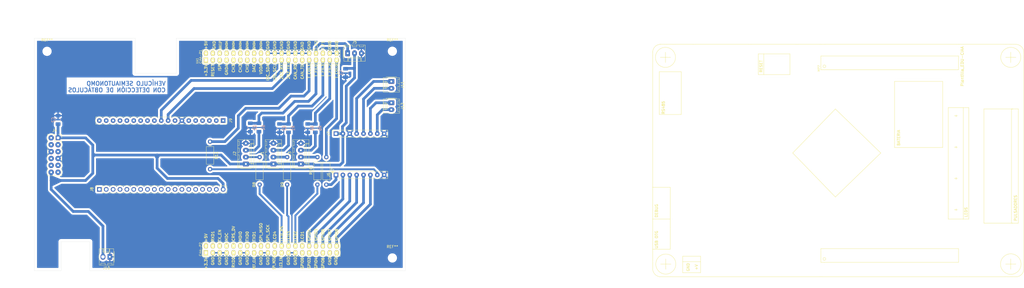
<source format=kicad_pcb>
(kicad_pcb (version 20241229) (generator "pcbnew") (generator_version "9.0")
  (layers (0 "F.Cu" signal) (2 "B.Cu" signal) (13 "F.Paste" user) (15 "B.Paste" user) (5 "F.SilkS" user "F.Silkscreen") (7 "B.SilkS" user "B.Silkscreen") (1 "F.Mask" user) (3 "B.Mask" user) (25 "Edge.Cuts" user))
  (net 0 "")
  (net 1 "Net-(J1-ECHO)")
  (net 2 "GND")
  (net 3 "Net-(J2-ECHO)")
  (net 4 "Net-(J3-ECHO)")
  (net 25 "GPIO1 AIN2")
  (net 30 "GPIO3 AIN1")
  (net 34 "GPIO7 BIN1")
  (net 37 "3v3")
  (net 39 "GPIO8 BIN2")
  (net 40 "TFIL2")
  (net 41 "TFIL3")
  (net 42 "TFIL0")
  (net 49 "Net-(J5-GNC)")
  (net 50 "GPIO5 STBY")
  (net 51 "GPIO2 6  TRIGGER 2")
  (net 52 "GPIO02 5 TRIGGER 3")
  (net 54 "vcc")
  (net 55 "TCOL1 PWMB")
  (net 56 "TCOL0 PWMA")
  (net 77 "D7  RS232_RX")
  (net 93 "D6  RS232_TX")
  (net 95 "B01")
  (net 96 "A02")
  (net 97 "B02")
  (net 98 "A01")
  (net 99 "DN1")
  (net 100 "SBU1")
  (net 101 "DP1")
  (net 102 "CC1")
  (net 103 "CC2")
  (net 104 "DN2")
  (net 105 "SBU2")
  (net 106 "DP2")
  (net 110 "Net-(J1-trigger)")
  (net 111 "Net-(J2-trigger)")
  (net 112 "Net-(J3-trigger)")
  (net 113 "Net-(XA1A-tecCOL0)")
  (net 114 "Net-(XA1A-tecCOL1)")
  (net 117 "GPIO05 12 TRIGGER 1")
  (footprint "Resistor_THT:R_Axial_DIN0207_L6.3mm_D2.5mm_P10.16mm_Horizontal" (layer "F.Cu") (at 152.4 85.217 -90)
    (property "Reference" "R11")
    (property "Value" "0")
  )
  (footprint "Connector_PinSocket_2.54mm:PinSocket_1x08_P2.54mm_Vertical" (layer "F.Cu") (at 198.897 82.271 90)
    (property "Reference" "J7")
    (property "Value" "Conn_01x08_Socket")
  )
  (footprint "Connector_PinSocket_2.54mm:PinSocket_1x19_P2.54mm_Vertical" (layer "F.Cu") (at 111.516 102.845 90)
    (property "Reference" "J8")
    (property "Value" "Conn_01x19")
  )
  (footprint "MountingHole:MountingHole_3.2mm_M3" (layer "F.Cu") (at 92.202 51.8668)
    (property "Reference" "REF**")
    (property "Value" "MountingHole_3.2mm_M3")
  )
  (footprint "Poncho_Esqueleto:Plantilla_EDU-CIAA" (layer "F.Cu") (at 379.222 57.404 90)
    (property "Reference" "MP?")
    (property "Value" "Plantilla_EDU-CIAA")
  )
  (footprint "Connector_Molex:Molex_KK-254_AE-6410-03A_1x03_P2.54mm_Vertical" (layer "F.Cu") (at 203.2 52.578)
    (property "Reference" "J5")
    (property "Value" "SERVO")
  )
  (footprint "Connector_Molex:Molex_KK-254_AE-6410-02A_1x02_P2.54mm_Vertical" (layer "F.Cu") (at 219.329 62.992 -90)
    (property "Reference" "J11")
    (property "Value" "Adafruit A")
  )
  (footprint "Connector_PinSocket_2.54mm:PinSocket_1x19_P2.54mm_Vertical" (layer "F.Cu") (at 157.236 77.445 -90)
    (property "Reference" "J9")
    (property "Value" "Conn_01x19")
  )
  (footprint "Connector_PinSocket_2.54mm:PinSocket_1x08_P2.54mm_Vertical" (layer "F.Cu") (at 198.897 97.511 90)
    (property "Reference" "J6")
    (property "Value" "Conn_01x08_Socket")
  )
  (footprint "Poncho_Esqueleto:Conn_Poncho_SinBorde" (layer "F.Cu") (at 150.876 55.1434 90)
    (property "Reference" "XA1")
    (property "Value" "Conn_Poncho2P_2x_20x2" (hide yes))
  )
  (footprint "Resistor_THT:R_Axial_DIN0207_L6.3mm_D2.5mm_P10.16mm_Horizontal" (layer "F.Cu") (at 195.326 90.932 -90)
    (property "Reference" "R7")
    (property "Value" "0")
  )
  (footprint "MountingHole:MountingHole_3.2mm_M3" (layer "F.Cu") (at 219.71 51.8414)
    (property "Reference" "REF**")
    (property "Value" "MountingHole_3.2mm_M3")
  )
  (footprint "Resistor_THT:R_Axial_DIN0207_L6.3mm_D2.5mm_P10.16mm_Horizontal" (layer "F.Cu") (at 170.688 101.092 90)
    (property "Reference" "R8")
    (property "Value" "0")
  )
  (footprint "Connector_Molex:Molex_KK-254_AE-6410-04A_1x04_P2.54mm_Vertical" (layer "F.Cu") (at 165.608 93.472 90)
    (property "Reference" "J2")
    (property "Value" "HC-sr04")
  )
  (footprint "Connector_Molex:Molex_KK-254_AE-6410-02A_1x02_P2.54mm_Vertical" (layer "F.Cu") (at 115.39 127.75 180)
    (property "Reference" "J10")
    (property "Value" "vcc Edu ciaa")
  )
  (footprint "Connector_PinSocket_2.54mm:PinSocket_2x06_P2.54mm_Vertical" (layer "F.Cu") (at 96.266 83.82)
    (property "Reference" "J4")
    (property "Value" "usb c socket")
  )
  (footprint "Resistor_THT:R_Axial_DIN0207_L6.3mm_D2.5mm_P10.16mm_Horizontal" (layer "F.Cu") (at 192.024 101.092 90)
    (property "Reference" "R10")
    (property "Value" "0")
  )
  (footprint "Connector_Molex:Molex_KK-254_AE-6410-02A_1x02_P2.54mm_Vertical" (layer "F.Cu") (at 219.329 70.866 -90)
    (property "Reference" "J12")
    (property "Value" "Adafruit B")
  )
  (footprint "Resistor_THT:R_Axial_DIN0207_L6.3mm_D2.5mm_P10.16mm_Horizontal" (layer "F.Cu") (at 180.848 101.092 90)
    (property "Reference" "R9")
    (property "Value" "0")
  )
  (footprint "MountingHole:MountingHole_3.2mm_M3" (layer "F.Cu") (at 219.71 128.1684)
    (property "Reference" "REF**")
    (property "Value" "MountingHole_3.2mm_M3")
  )
  (footprint "Connector_Molex:Molex_KK-254_AE-6410-04A_1x04_P2.54mm_Vertical" (layer "F.Cu") (at 175.788 93.472 90)
    (property "Reference" "J1")
    (property "Value" "HC-sr04")
  )
  (footprint "Connector_Molex:Molex_KK-254_AE-6410-04A_1x04_P2.54mm_Vertical" (layer "F.Cu") (at 185.928 93.472 90)
    (property "Reference" "J3")
    (property "Value" "HC-sr04")
  )
  (footprint "Resistor_SMD:R_1206_3216Metric_Pad1.30x1.75mm_HandSolder" (layer "B.Cu") (at 181.356 80.238 90)
    (property "Reference" "R1")
    (property "Value" "10k")
  )
  (footprint "Resistor_SMD:R_1206_3216Metric_Pad1.30x1.75mm_HandSolder" (layer "B.Cu") (at 178.054 80.238 90)
    (property "Reference" "R2")
    (property "Value" "20k")
  )
  (footprint "Capacitor_SMD:C_1206_3216Metric_Pad1.33x1.80mm_HandSolder" (layer "B.Cu") (at 96.266 77.1775 -90)
    (property "Reference" "C2")
    (property "Value" "C")
  )
  (footprint "Resistor_SMD:R_1206_3216Metric_Pad1.30x1.75mm_HandSolder" (layer "B.Cu") (at 170.434 79.984 90)
    (property "Reference" "R4")
    (property "Value" "10k")
  )
  (footprint "Resistor_SMD:R_1206_3216Metric_Pad1.30x1.75mm_HandSolder" (layer "B.Cu") (at 167.259 79.984 90)
    (property "Reference" "R3")
    (property "Value" "20k")
  )
  (footprint "Capacitor_SMD:C_1206_3216Metric_Pad1.33x1.80mm_HandSolder" (layer "B.Cu") (at 202.438 59.8555 -90)
    (property "Reference" "C1")
    (property "Value" "C")
  )
  (footprint "Resistor_SMD:R_1206_3216Metric_Pad1.30x1.75mm_HandSolder" (layer "B.Cu") (at 188.468 80.238 90)
    (property "Reference" "R5")
    (property "Value" "20k")
  )
  (footprint "Resistor_SMD:R_1206_3216Metric_Pad1.30x1.75mm_HandSolder" (layer "B.Cu") (at 191.262 80.238 90)
    (property "Reference" "R6")
    (property "Value" "10k")
  )
  (gr_line (start 107.95 122.174) (end 97.409 122.174) (stroke (width 0.05)) (layer "Edge.Cuts"))
  (gr_line (start 97.409 122.174) (end 97.409 132.842) (stroke (width 0.05)) (layer "Edge.Cuts"))
  (gr_line (start 224.536 46.99) (end 224.536 132.842) (stroke (width 0.05)) (layer "Edge.Cuts"))
  (gr_line (start 124.716075 59.944) (end 139.957215 59.944) (stroke (width 0.05)) (layer "Edge.Cuts"))
  (gr_line (start 139.954 46.99) (end 139.957215 59.944) (stroke (width 0.05)) (layer "Edge.Cuts"))
  (gr_line (start 224.536 132.842) (end 107.95 132.842) (stroke (width 0.05)) (layer "Edge.Cuts"))
  (gr_line (start 87.503 46.99) (end 124.714 46.99) (stroke (width 0.05)) (layer "Edge.Cuts"))
  (gr_line (start 107.95 132.842) (end 107.95 122.174) (stroke (width 0.05)) (layer "Edge.Cuts"))
  (gr_line (start 139.954 46.99) (end 224.536 46.99) (stroke (width 0.05)) (layer "Edge.Cuts"))
  (gr_line (start 87.503 132.842) (end 87.503 46.99) (stroke (width 0.05)) (layer "Edge.Cuts"))
  (gr_line (start 97.409 132.842) (end 87.503 132.842) (stroke (width 0.05)) (layer "Edge.Cuts"))
  (gr_line (start 124.714 46.99) (end 124.716075 59.944) (stroke (width 0.05)) (layer "Edge.Cuts"))
  (gr_text "VEHÍCULO SEMIAUTONOMO\nCON DETECCIÓN DE OBTÁCULOS" (at 136.144 67.056 0) (layer "B.Cu") (effects (font (size 1.5 1.5) (thickness 0.3) (bold yes)) (justify left bottom mirror)))
  (gr_text "CAN_TD" (at 186.436 59.4614 90) (layer "F.SilkS") (effects (font (size 1 1) (thickness 0.2))))
  (segment (start 176.022 88.392) (end 179.578 88.392) (width 1) (layer "B.Cu") (net 1))
  (segment (start 181.356 86.614) (end 181.356 81.788) (width 1) (layer "B.Cu") (net 1))
  (segment (start 179.578 88.392) (end 181.356 86.614) (width 1) (layer "B.Cu") (net 1))
  (segment (start 168.91 88.392) (end 170.434 86.868) (width 1) (layer "B.Cu") (net 3))
  (segment (start 165.608 88.392) (end 168.91 88.392) (width 1) (layer "B.Cu") (net 3))
  (segment (start 170.434 86.868) (end 170.434 81.534) (width 1) (layer "B.Cu") (net 3))
  (segment (start 191.262 86.868) (end 191.262 81.788) (width 1) (layer "B.Cu") (net 4))
  (segment (start 185.928 88.392) (end 189.738 88.392) (width 1) (layer "B.Cu") (net 4))
  (segment (start 189.738 88.392) (end 191.262 86.868) (width 1) (layer "B.Cu") (net 4))
  (segment (start 188.976 123.7234) (end 188.976 118.872) (width 1) (layer "B.Cu") (net 25))
  (segment (start 188.976 118.872) (end 201.437 106.411) (width 1) (layer "B.Cu") (net 25))
  (segment (start 201.437 106.411) (end 201.437 97.511) (width 1) (layer "B.Cu") (net 25))
  (segment (start 203.977 107.173) (end 203.977 97.511) (width 1) (layer "B.Cu") (net 30))
  (segment (start 191.516 123.7234) (end 191.516 119.634) (width 1) (layer "B.Cu") (net 30))
  (segment (start 191.516 119.634) (end 203.977 107.173) (width 1) (layer "B.Cu") (net 30))
  (segment (start 196.596 123.7234) (end 196.596 120.269) (width 1) (layer "B.Cu") (net 34))
  (segment (start 196.596 120.269) (end 209.057 107.808) (width 1) (layer "B.Cu") (net 34))
  (segment (start 209.057 107.808) (end 209.057 97.511) (width 1) (layer "B.Cu") (net 34))
  (segment (start 199.136 120.777) (end 211.597 108.316) (width 1) (layer "B.Cu") (net 39))
  (segment (start 211.597 108.316) (end 211.597 97.511) (width 1) (layer "B.Cu") (net 39))
  (segment (start 199.136 123.7234) (end 199.136 120.777) (width 1) (layer "B.Cu") (net 39))
  (segment (start 191.262 78.688) (end 188.468 78.688) (width 1) (layer "B.Cu") (net 40))
  (segment (start 196.596 69.342) (end 196.596 55.1434) (width 1) (layer "B.Cu") (net 40))
  (segment (start 191.262 74.676) (end 196.596 69.342) (width 1) (layer "B.Cu") (net 40))
  (segment (start 191.262 78.688) (end 191.262 74.676) (width 1) (layer "B.Cu") (net 40))
  (segment (start 181.356 75.692) (end 184.948 72.1) (width 1) (layer "B.Cu") (net 41))
  (segment (start 181.356 78.688) (end 181.356 75.692) (width 1) (layer "B.Cu") (net 41))
  (segment (start 181.356 78.688) (end 178.054 78.688) (width 1) (layer "B.Cu") (net 41))
  (segment (start 184.948 72.1) (end 190.028 72.1) (width 1) (layer "B.Cu") (net 41))
  (segment (start 194.056 68.072) (end 194.056 55.1434) (width 1) (layer "B.Cu") (net 41))
  (segment (start 190.028 72.1) (end 194.056 68.072) (width 1) (layer "B.Cu") (net 41))
  (segment (start 170.434 78.434) (end 167.259 78.434) (width 1) (layer "B.Cu") (net 42))
  (segment (start 179.324 74.676) (end 183.642 70.358) (width 1) (layer "B.Cu") (net 42))
  (segment (start 170.434 78.434) (end 170.434 75.692) (width 1) (layer "B.Cu") (net 42))
  (segment (start 171.45 74.676) (end 179.324 74.676) (width 1) (layer "B.Cu") (net 42))
  (segment (start 191.516 67.564) (end 191.516 55.1434) (width 1) (layer "B.Cu") (net 42))
  (segment (start 170.434 75.692) (end 171.45 74.676) (width 1) (layer "B.Cu") (net 42))
  (segment (start 188.722 70.358) (end 191.516 67.564) (width 1) (layer "B.Cu") (net 42))
  (segment (start 183.642 70.358) (end 188.722 70.358) (width 1) (layer "B.Cu") (net 42))
  (segment (start 203.2 50.03) (end 203.2 52.578) (width 1) (layer "B.Cu") (net 49))
  (segment (start 191.516 52.6034) (end 191.516 50.546) (width 1) (layer "B.Cu") (net 49))
  (segment (start 191.516 50.546) (end 193.04 49.022) (width 1) (layer "B.Cu") (net 49))
  (segment (start 202.192 49.022) (end 203.2 50.03) (width 1) (layer "B.Cu") (net 49))
  (segment (start 193.04 49.022) (end 202.192 49.022) (width 1) (layer "B.Cu") (net 49))
  (segment (start 206.517 107.681) (end 206.517 97.511) (width 1) (layer "B.Cu") (net 50))
  (segment (start 194.056 123.7234) (end 194.056 120.142) (width 1) (layer "B.Cu") (net 50))
  (segment (start 194.056 120.142) (end 206.517 107.681) (width 1) (layer "B.Cu") (net 50))
  (segment (start 181.356 123.7234) (end 181.356 112.903) (width 0.7) (layer "B.Cu") (net 51))
  (segment (start 181.356 112.903) (end 180.848 112.395) (width 0.7) (layer "B.Cu") (net 51))
  (segment (start 180.848 112.395) (end 180.848 101.092) (width 0.7) (layer "B.Cu") (net 51))
  (segment (start 183.896 123.7234) (end 183.896 112.522) (width 0.7) (layer "B.Cu") (net 52))
  (segment (start 183.896 112.522) (end 192.024 104.394) (width 0.7) (layer "B.Cu") (net 52))
  (segment (start 192.024 104.394) (end 192.024 101.092) (width 0.7) (layer "B.Cu") (net 52))
  (segment (start 109.093 86.487) (end 106.426 83.82) (width 1) (layer "B.Cu") (net 54))
  (segment (start 93.726 96.52) (end 93.726 99.568) (width 1) (layer "B.Cu") (net 54))
  (segment (start 202.692 64.7192) (end 205.74 61.6712) (width 1) (layer "B.Cu") (net 54))
  (segment (start 109.093 90.17) (end 109.093 96.901) (width 1) (layer "B.Cu") (net 54))
  (segment (start 157.226 100.711) (end 155.321 98.806) (width 1) (layer "B.Cu") (net 54))
  (segment (start 157.236 102.845) (end 157.226 102.835) (width 1) (layer "B.Cu") (net 54))
  (segment (start 159.766 93.472) (end 156.464 90.17) (width 1) (layer "B.Cu") (net 54))
  (segment (start 93.726 102.87) (end 101.854 110.998) (width 1) (layer "B.Cu") (net 54))
  (segment (start 202.692 78.232) (end 202.692 64.7192) (width 1) (layer "B.Cu") (net 54))
  (segment (start 185.928 93.472) (end 190.5 93.472) (width 1) (layer "B.Cu") (net 54))
  (segment (start 101.854 110.998) (end 107.442 110.998) (width 1) (layer "B.Cu") (net 54))
  (segment (start 96.266 78.74) (end 96.266 83.82) (width 1) (layer "B.Cu") (net 54))
  (segment (start 93.726 99.568) (end 93.726 102.87) (width 1) (layer "B.Cu") (net 54))
  (segment (start 109.093 96.901) (end 106.426 99.568) (width 1) (layer "B.Cu") (net 54))
  (segment (start 132.842 90.17) (end 109.093 90.17) (width 1) (layer "B.Cu") (net 54))
  (segment (start 106.426 99.568) (end 93.726 99.568) (width 1) (layer "B.Cu") (net 54))
  (segment (start 201.295 79.629) (end 202.692 78.232) (width 1) (layer "B.Cu") (net 54))
  (segment (start 203.2 58.166) (end 205.613 58.166) (width 1) (layer "B.Cu") (net 54))
  (segment (start 190.897 93.869) (end 200.39 93.869) (width 1) (layer "B.Cu") (net 54))
  (segment (start 132.842 94.996) (end 132.842 90.17) (width 1) (layer "B.Cu") (net 54))
  (segment (start 165.608 93.472) (end 159.766 93.472) (width 1) (layer "B.Cu") (net 54))
  (segment (start 205.74 58.039) (end 205.74 52.578) (width 1) (layer "B.Cu") (net 54))
  (segment (start 190.5 93.472) (end 190.897 93.869) (width 1) (layer "B.Cu") (net 54))
  (segment (start 136.652 98.806) (end 132.842 94.996) (width 1) (layer "B.Cu") (net 54))
  (segment (start 205.74 61.6712) (end 205.74 58.039) (width 1) (layer "B.Cu") (net 54))
  (segment (start 201.437 92.822) (end 201.437 82.271) (width 1) (layer "B.Cu") (net 54))
  (segment (start 205.613 58.166) (end 205.74 58.039) (width 1) (layer "B.Cu") (net 54))
  (segment (start 165.608 93.472) (end 176.022 93.472) (width 1) (layer "B.Cu") (net 54))
  (segment (start 107.442 110.998) (end 112.85 116.406) (width 1) (layer "B.Cu") (net 54))
  (segment (start 200.39 93.869) (end 201.437 92.822) (width 1) (layer "B.Cu") (net 54))
  (segment (start 112.85 116.406) (end 112.85 127.75) (width 1) (layer "B.Cu") (net 54))
  (segment (start 106.426 83.82) (end 96.266 83.82) (width 1) (layer "B.Cu") (net 54))
  (segment (start 157.226 102.835) (end 157.226 100.711) (width 1) (layer "B.Cu") (net 54))
  (segment (start 109.093 90.17) (end 109.093 86.487) (width 1) (layer "B.Cu") (net 54))
  (segment (start 155.321 98.806) (end 136.652 98.806) (width 1) (layer "B.Cu") (net 54))
  (segment (start 176.022 93.472) (end 185.928 93.472) (width 1) (layer "B.Cu") (net 54))
  (segment (start 198.897 82.271) (end 201.437 82.271) (width 1) (layer "B.Cu") (net 54))
  (segment (start 201.295 82.129) (end 201.295 79.629) (width 1) (layer "B.Cu") (net 54))
  (segment (start 156.464 90.17) (end 132.842 90.17) (width 1) (layer "B.Cu") (net 54))
  (segment (start 201.437 82.271) (end 201.295 82.129) (width 1) (layer "B.Cu") (net 54))
  (segment (start 152.443 95.42) (end 152.4 95.377) (width 0.7) (layer "B.Cu") (net 55))
  (segment (start 214.137 96.697) (end 212.86 95.42) (width 0.7) (layer "B.Cu") (net 55))
  (segment (start 214.137 97.511) (end 214.137 96.697) (width 0.7) (layer "B.Cu") (net 55))
  (segment (start 212.86 95.42) (end 152.443 95.42) (width 0.7) (layer "B.Cu") (net 55))
  (segment (start 198.897 99.299) (end 197.104 101.092) (width 1) (layer "B.Cu") (net 56))
  (segment (start 197.104 101.092) (end 195.326 101.092) (width 1) (layer "B.Cu") (net 56))
  (segment (start 198.897 97.511) (end 198.897 99.299) (width 1) (layer "B.Cu") (net 56))
  (segment (start 178.816 58.928) (end 178.816 55.1434) (width 1) (layer "B.Cu") (net 77))
  (segment (start 175.133 62.611) (end 178.816 58.928) (width 1) (layer "B.Cu") (net 77))
  (segment (start 134.376 73.65) (end 145.415 62.611) (width 1) (layer "B.Cu") (net 77))
  (segment (start 134.376 77.445) (end 134.376 73.65) (width 1) (layer "B.Cu") (net 77))
  (segment (start 145.415 62.611) (end 175.133 62.611) (width 1) (layer "B.Cu") (net 77))
  (segment (start 175.35 65.62) (end 181.356 59.614) (width 1) (layer "B.Cu") (net 93))
  (segment (start 136.916 75.174) (end 146.47 65.62) (width 1) (layer "B.Cu") (net 93))
  (segment (start 181.356 59.614) (end 181.356 55.1434) (width 1) (layer "B.Cu") (net 93))
  (segment (start 136.916 77.445) (end 136.916 75.174) (width 1) (layer "B.Cu") (net 93))
  (segment (start 146.47 65.62) (end 175.35 65.62) (width 1) (layer "B.Cu") (net 93))
  (segment (start 214.137 75.3214) (end 216.0524 73.406) (width 1) (layer "B.Cu") (net 95))
  (segment (start 214.137 82.271) (end 214.137 75.3214) (width 1) (layer "B.Cu") (net 95))
  (segment (start 216.0524 73.406) (end 219.329 73.406) (width 1) (layer "B.Cu") (net 95))
  (segment (start 213.0044 65.532) (end 219.329 65.532) (width 1) (layer "B.Cu") (net 96))
  (segment (start 209.057 82.271) (end 209.057 69.4794) (width 1) (layer "B.Cu") (net 96))
  (segment (start 209.057 69.4794) (end 213.0044 65.532) (width 1) (layer "B.Cu") (net 96))
  (segment (start 213.6648 70.866) (end 219.329 70.866) (width 1) (layer "B.Cu") (net 97))
  (segment (start 211.597 72.913) (end 211.6074 72.9234) (width 1) (layer "B.Cu") (net 97))
  (segment (start 211.597 82.271) (end 211.597 72.913) (width 1) (layer "B.Cu") (net 97))
  (segment (start 211.6074 72.9234) (end 213.6648 70.866) (width 1) (layer "B.Cu") (net 97))
  (segment (start 212.8012 62.992) (end 219.329 62.992) (width 1) (layer "B.Cu") (net 98))
  (segment (start 206.517 82.271) (end 206.517 69.2762) (width 1) (layer "B.Cu") (net 98))
  (segment (start 206.517 69.2762) (end 212.8012 62.992) (width 1) (layer "B.Cu") (net 98))
  (segment (start 180.848 90.932) (end 176.022 90.932) (width 1) (layer "B.Cu") (net 110))
  (segment (start 170.688 90.932) (end 165.608 90.932) (width 0.7) (layer "B.Cu") (net 111))
  (segment (start 192.024 90.932) (end 185.928 90.932) (width 1) (layer "B.Cu") (net 112))
  (segment (start 195.326 80.518) (end 199.136 76.708) (width 1) (layer "B.Cu") (net 113))
  (segment (start 199.136 76.708) (end 199.136 55.1434) (width 1) (layer "B.Cu") (net 113))
  (segment (start 195.326 90.932) (end 195.326 80.518) (width 1) (layer "B.Cu") (net 113))
  (segment (start 157.861 85.217) (end 162.814 80.264) (width 1) (layer "B.Cu") (net 114))
  (segment (start 177.8 72.898) (end 182.288 68.41) (width 1) (layer "B.Cu") (net 114))
  (segment (start 187.06 68.41) (end 188.976 66.494) (width 1) (layer "B.Cu") (net 114))
  (segment (start 162.814 80.264) (end 162.814 75.692) (width 1) (layer "B.Cu") (net 114))
  (segment (start 162.814 75.692) (end 165.608 72.898) (width 1) (layer "B.Cu") (net 114))
  (segment (start 188.976 66.494) (end 188.976 55.1434) (width 1) (layer "B.Cu") (net 114))
  (segment (start 152.4 85.217) (end 157.861 85.217) (width 1) (layer "B.Cu") (net 114))
  (segment (start 182.288 68.41) (end 187.06 68.41) (width 1) (layer "B.Cu") (net 114))
  (segment (start 165.608 72.898) (end 177.8 72.898) (width 1) (layer "B.Cu") (net 114))
  (segment (start 170.688 104.521) (end 170.688 101.092) (width 0.7) (layer "B.Cu") (net 117))
  (segment (start 178.816 112.649) (end 170.688 104.521) (width 0.7) (layer "B.Cu") (net 117))
  (segment (start 178.816 123.7234) (end 178.816 112.649) (width 0.7) (layer "B.Cu") (net 117))
  (zone (net 54) (net_name "vcc") (layer "B.Cu") (priority 4) (connect_pads (clearance 0.5)) (min_thickness 0.25) (fill yes (thermal_gap 0.5) (thermal_bridge_width 0.5))
    (polygon (pts (xy 204.5208 58.166) (xy 205.74 59.182) (xy 205.74 57.3024)))
  )
  (zone (net 54) (net_name "vcc") (layer "B.Cu") (priority 1) (connect_pads (clearance 0.5)) (min_thickness 0.25) (fill yes (thermal_gap 0.5) (thermal_bridge_width 0.5))
    (polygon (pts (xy 134.112 90.17) (xy 131.572 90.17) (xy 132.842 92.202)))
  )
  (zone (net 2) (net_name "GND") (layer "B.Cu") (connect_pads (clearance 0.5)) (min_thickness 0.25) (fill yes (thermal_gap 0.5) (thermal_bridge_width 0.5))
    (polygon (pts (xy 87.503 132.842) (xy 224.536 132.842) (xy 224.536 46.99) (xy 87.503 46.99)))
  )
  (zone (net 54) (net_name "vcc") (layer "B.Cu") (priority 3) (connect_pads (clearance 0.5)) (min_thickness 0.25) (fill yes (thermal_gap 0.5) (thermal_bridge_width 0.5))
    (polygon (pts (xy 98.44 99.568) (xy 93.726 97.65) (xy 93.726 101.85)))
  )
  (zone (net 54) (net_name "vcc") (layer "B.Cu") (priority 2) (connect_pads (clearance 0.5)) (min_thickness 0.25) (fill yes (thermal_gap 0.5) (thermal_bridge_width 0.5))
    (polygon (pts (xy 109.093 88.9) (xy 110.49 90.17) (xy 109.093 91.44)))
  )
)
</source>
